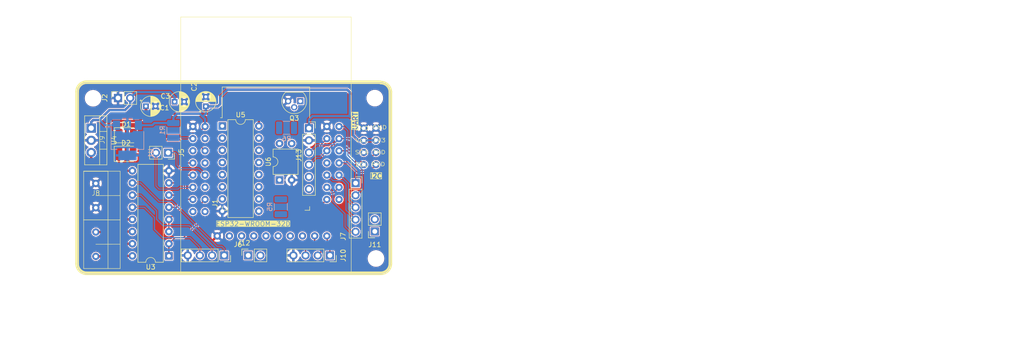
<source format=kicad_pcb>
(kicad_pcb (version 20240108) (generator "pcbnew") (generator_version "8.0")
  (layers (0 "F.Cu" signal) (31 "B.Cu" signal) (34 "B.Paste" user) (35 "F.Paste" user) (36 "B.SilkS" user "B.Silkscreen") (37 "F.SilkS" user "F.Silkscreen") (38 "B.Mask" user) (39 "F.Mask" user) (44 "Edge.Cuts" user))
  (net 0 "")
  (net 1 "GND")
  (net 2 "+3V3")
  (net 3 "+5V")
  (net 4 "/RXD")
  (net 5 "/TXD")
  (net 6 "/SDA")
  (net 7 "/OUT2")
  (net 8 "/OUT3")
  (net 9 "/SCL")
  (net 10 "/OUT1")
  (net 11 "/EN")
  (net 12 "/SOURCE2")
  (net 13 "/SOURCE1")
  (net 14 "/SOURCE3")
  (net 15 "/VDC")
  (net 16 "/DAC1")
  (net 17 "/DAC2")
  (net 18 "/GPIO13")
  (net 19 "/GPIO19")
  (net 20 "/GPIO17")
  (net 21 "/GPIO5")
  (net 22 "/GPIO18")
  (net 23 "/GPIO36")
  (net 24 "/ADC2_CH3")
  (net 25 "/GPIO32")
  (net 26 "/GPIO34")
  (net 27 "/SD_DATA1")
  (net 28 "/SD_DATA2")
  (net 29 "/SD_CLK")
  (net 30 "/SD_CMD")
  (net 31 "/SD_DATA3")
  (net 32 "/ADC2_CH0")
  (net 33 "/GPIO23")
  (net 34 "/SD_DATA0")
  (net 35 "/GPIO27")
  (net 36 "/ADC2_CH2")
  (net 37 "/BOOT")
  (net 38 "/V1-")
  (net 39 "/V1+")
  (net 40 "/GPIO39")
  (net 41 "/DTR")
  (net 42 "/RTS")
  (net 43 "/OUT4")
  (net 44 "/SOURCE4")
  (net 45 "/OUT5")
  (net 46 "/SOURCE5")
  (net 61 "Net-(D3-A)")
  (net 62 "Net-(Q3-B)")
  (net 63 "Net-(R5-Pad1)")
  (net 64 "Net-(R6-Pad2)")
  (footprint "Capacitor_THT:CP_Radial_D4.0mm_P2.00mm" (layer "F.Cu") (at 106.75 44.9726 90)
    (property "Reference" "C2" (at 4.1 -2.42 -90) (layer "F.SilkS"))
    (property "Value" "1uF")
    (pad "1" thru_hole rect (at 0 0 90) (size 1.2 1.2) (drill 0.6) (layers "*.Cu" "*.Mask") (net 2 "+3V3"))
    (pad "2" thru_hole circle (at 2 0 90) (size 1.2 1.2) (drill 0.6) (layers "*.Cu" "*.Mask") (net 1 "GND"))
  )
  (footprint "Connector_PinSocket_2.54mm:PinSocket_1x02_P2.54mm_Vertical" (layer "F.Cu") (at 142 71.09 180)
    (property "Reference" "J11" (at 0 -2.77 180) (layer "F.SilkS"))
    (property "Value" "Conn_01x02_Socket")
    (pad "1" thru_hole rect (at 0 0 180) (size 1.7 1.7) (drill 1) (layers "*.Cu" "*.Mask") (net 3 "+5V"))
    (pad "2" thru_hole oval (at 0 2.54 180) (size 1.7 1.7) (drill 1) (layers "*.Cu" "*.Mask") (net 61 "Net-(D3-A)"))
  )
  (footprint "LED_SMD:LED_1210_3225Metric_Pad1.42x2.65mm_HandSolder" (layer "F.Cu") (at 90.1125 54.9)
    (property "Reference" "D2" (at 0 -2.28 0) (layer "F.SilkS"))
    (property "Value" "LED")
    (pad "1" smd roundrect (at -1.4875 0) (size 1.425 2.65) (layers "F.Cu" "F.Paste" "F.Mask") (roundrect_rratio 0.175439) (net 1 "GND"))
    (pad "2" smd roundrect (at 1.4875 0) (size 1.425 2.65) (layers "F.Cu" "F.Paste" "F.Mask") (roundrect_rratio 0.175439) (net 26 "/GPIO34"))
  )
  (footprint "Alexander Footprints Library:ESP32-WROOM-Adapter-Socket-2" (layer "F.Cu") (at 119.3 56.79)
    (property "Reference" "J1" (at -10.61 8.43 90) (layer "F.SilkS"))
    (property "Value" "~")
    (fp_text user "ESP32-WROOM-32D" (at -10.5 13.31 0) (layer "F.SilkS" knockout) (effects (font (thickness 0.1)) (justify left bottom)))
    (pad "" thru_hole circle (at -15.24 10.16) (size 1.524 1.524) (drill 0.762) (layers "*.Cu" "*.Mask"))
    (pad "" thru_hole circle (at -12.7 10.16) (size 1.524 1.524) (drill 0.762) (layers "*.Cu" "*.Mask"))
    (pad "1" thru_hole circle (at -15.24 -7.62) (size 1.524 1.524) (drill 0.762) (layers "*.Cu" "*.Mask") (net 1 "GND"))
    (pad "2" thru_hole circle (at -12.7 -7.62) (size 1.524 1.524) (drill 0.762) (layers "*.Cu" "*.Mask") (net 2 "+3V3"))
    (pad "3" thru_hole circle (at -15.24 -5.08) (size 1.524 1.524) (drill 0.762) (layers "*.Cu" "*.Mask") (net 11 "/EN"))
    (pad "4" thru_hole circle (at -12.7 -5.08) (size 1.524 1.524) (drill 0.762) (layers "*.Cu" "*.Mask") (net 23 "/GPIO36"))
    (pad "5" thru_hole circle (at -15.24 -2.54) (size 1.524 1.524) (drill 0.762) (layers "*.Cu" "*.Mask") (net 40 "/GPIO39"))
    (pad "6" thru_hole circle (at -12.7 -2.54) (size 1.524 1.524) (drill 0.762) (layers "*.Cu" "*.Mask") (net 26 "/GPIO34"))
    (pad "7" thru_hole circle (at -15.24 0) (size 1.524 1.524) (drill 0.762) (layers "*.Cu" "*.Mask") (net 45 "/OUT5"))
    (pad "8" thru_hole circle (at -12.7 0) (size 1.524 1.524) (drill 0.762) (layers "*.Cu" "*.Mask") (net 25 "/GPIO32"))
    (pad "9" thru_hole circle (at -15.24 2.54) (size 1.524 1.524) (drill 0.762) (layers "*.Cu" "*.Mask") (net 43 "/OUT4"))
    (pad "10" thru_hole circle (at -12.7 2.54) (size 1.524 1.524) (drill 0.762) (layers "*.Cu" "*.Mask") (net 16 "/DAC1"))
    (pad "11" thru_hole circle (at -15.24 5.08) (size 1.524 1.524) (drill 0.762) (layers "*.Cu" "*.Mask") (net 17 "/DAC2"))
    (pad "12" thru_hole circle (at -12.7 5.08) (size 1.524 1.524) (drill 0.762) (layers "*.Cu" "*.Mask") (net 35 "/GPIO27"))
    (pad "13" thru_hole circle (at -15.24 7.62) (size 1.524 1.524) (drill 0.762) (layers "*.Cu" "*.Mask") (net 8 "/OUT3"))
    (pad "14" thru_hole circle (at -12.7 7.62) (size 1.524 1.524) (drill 0.762) (layers "*.Cu" "*.Mask") (net 7 "/OUT2"))
    (pad "15" thru_hole circle (at -10.16 15.24 90) (size 1.524 1.524) (drill 0.762) (layers "*.Cu" "*.Mask") (net 1 "GND"))
    (pad "16" thru_hole circle (at -7.62 15.24 90) (size 1.524 1.524) (drill 0.762) (layers "*.Cu" "*.Mask") (net 18 "/GPIO13"))
    (pad "17" thru_hole circle (at -5.08 15.24 90) (size 1.524 1.524) (drill 0.762) (layers "*.Cu" "*.Mask") (net 28 "/SD_DATA2"))
    (pad "18" thru_hole circle (at -2.54 15.24 90) (size 1.524 1.524) (drill 0.762) (layers "*.Cu" "*.Mask") (net 31 "/SD_DATA3"))
    (pad "19" thru_hole circle (at 0 15.24 90) (size 1.524 1.524) (drill 0.762) (layers "*.Cu" "*.Mask") (net 30 "/SD_CMD"))
    (pad "20" thru_hole circle (at 2.54 15.24 90) (size 1.524 1.524) (drill 0.762) (layers "*.Cu" "*.Mask") (net 29 "/SD_CLK"))
    (pad "21" thru_hole circle (at 5.08 15.24 90) (size 1.524 1.524) (drill 0.762) (layers "*.Cu" "*.Mask") (net 34 "/SD_DATA0"))
    (pad "22" thru_hole circle (at 7.62 15.24 90) (size 1.524 1.524) (drill 0.762) (layers "*.Cu" "*.Mask") (net 27 "/SD_DATA1"))
    (pad "23" thru_hole circle (at 10.16 15.24 90) (size 1.524 1.524) (drill 0.762) (layers "*.Cu" "*.Mask") (net 24 "/ADC2_CH3"))
    (pad "24" thru_hole circle (at 12.7 15.24 90) (size 1.524 1.524) (drill 0.762) (layers "*.Cu" "*.Mask") (net 36 "/ADC2_CH2"))
    (pad "25" thru_hole circle (at 15.24 7.62) (size 1.524 1.524) (drill 0.762) (layers "*.Cu" "*.Mask") (net 37 "/BOOT"))
    (pad "26" thru_hole circle (at 12.7 7.62) (size 1.524 1.524) (drill 0.762) (layers "*.Cu" "*.Mask") (net 32 "/ADC2_CH0"))
    (pad "27" thru_hole circle (at 15.24 5.08) (size 1.524 1.524) (drill 0.762) (layers "*.Cu" "*.Mask") (net 10 "/OUT1"))
    (pad "28" thru_hole circle (at 12.7 5.08) (size 1.524 1.524) (drill 0.762) (layers "*.Cu" "*.Mask") (net 20 "/GPIO17"))
    (pad "29" thru_hole circle (at 15.24 2.54) (size 1.524 1.524) (drill 0.762) (layers "*.Cu" "*.Mask") (net 21 "/GPIO5"))
    (pad "30" thru_hole circle (at 12.7 2.54) (size 1.524 1.524) (drill 0.762) (layers "*.Cu" "*.Mask") (net 22 "/GPIO18"))
    (pad "31" thru_hole circle (at 15.24 0) (size 1.524 1.524) (drill 0.762) (layers "*.Cu" "*.Mask") (net 19 "/GPIO19"))
    (pad "32" thru_hole circle (at 12.7 0) (size 1.524 1.524) (drill 0.762) (layers "*.Cu" "*.Mask"))
    (pad "33" thru_hole circle (at 15.24 -2.54) (size 1.524 1.524) (drill 0.762) (layers "*.Cu" "*.Mask") (net 6 "/SDA"))
    (pad "34" thru_hole circle (at 12.7 -2.54) (size 1.524 1.524) (drill 0.762) (layers "*.Cu" "*.Mask") (net 4 "/RXD"))
    (pad "35" thru_hole circle (at 15.24 -5.08) (size 1.524 1.524) (drill 0.762) (layers "*.Cu" "*.Mask") (net 5 "/TXD"))
    (pad "36" thru_hole circle (at 12.7 -5.08) (size 1.524 1.524) (drill 0.762) (layers "*.Cu" "*.Mask") (net 9 "/SCL"))
    (pad "37" thru_hole circle (at 15.24 -7.62) (size 1.524 1.524) (drill 0.762) (layers "*.Cu" "*.Mask") (net 33 "/GPIO23"))
    (pad "38" thru_hole circle (at 12.7 -7.62) (size 1.524 1.524) (drill 0.762) (layers "*.Cu" "*.Mask") (net 1 "GND"))
  )
  (footprint "MountingHole:MountingHole_3mm" (layer "F.Cu") (at 142 43.25)
    (property "Reference" "H1" (hide yes))
    (property "Value" "MountingHole_Pad")
    (pad "" np_thru_hole circle (at 0 0) (size 3 3) (drill 3) (layers "*.Cu" "*.Mask"))
  )
  (footprint "MountingHole:MountingHole_3mm" (layer "F.Cu") (at 83.25 43.28)
    (property "Reference" "H2" (hide yes))
    (property "Value" "MountingHole_Pad")
    (pad "" np_thru_hole circle (at 0 0) (size 3 3) (drill 3) (layers "*.Cu" "*.Mask"))
  )
  (footprint "Package_DIP:DIP-16_W7.62mm" (layer "F.Cu") (at 99.06 76.2 180)
    (property "Reference" "U3" (at 3.81 -2.33 0) (layer "F.SilkS"))
    (property "Value" "ULN2003")
    (pad "1" thru_hole rect (at 0 0 180) (size 1.6 1.6) (drill 0.8) (layers "*.Cu" "*.Mask") (net 10 "/OUT1"))
    (pad "2" thru_hole oval (at 0 2.54 180) (size 1.6 1.6) (drill 0.8) (layers "*.Cu" "*.Mask") (net 10 "/OUT1"))
    (pad "3" thru_hole oval (at 0 5.08 180) (size 1.6 1.6) (drill 0.8) (layers "*.Cu" "*.Mask") (net 7 "/OUT2"))
    (pad "4" thru_hole oval (at 0 7.62 180) (size 1.6 1.6) (drill 0.8) (layers "*.Cu" "*.Mask") (net 7 "/OUT2"))
    (pad "5" thru_hole oval (at 0 10.16 180) (size 1.6 1.6) (drill 0.8) (layers "*.Cu" "*.Mask") (net 8 "/OUT3"))
    (pad "6" thru_hole oval (at 0 12.7 180) (size 1.6 1.6) (drill 0.8) (layers "*.Cu" "*.Mask") (net 43 "/OUT4"))
    (pad "7" thru_hole oval (at 0 15.24 180) (size 1.6 1.6) (drill 0.8) (layers "*.Cu" "*.Mask") (net 45 "/OUT5"))
    (pad "8" thru_hole oval (at 0 17.78 180) (size 1.6 1.6) (drill 0.8) (layers "*.Cu" "*.Mask") (net 1 "GND"))
    (pad "9" thru_hole oval (at 7.62 17.78 180) (size 1.6 1.6) (drill 0.8) (layers "*.Cu" "*.Mask") (net 3 "+5V"))
    (pad "10" thru_hole oval (at 7.62 15.24 180) (size 1.6 1.6) (drill 0.8) (layers "*.Cu" "*.Mask") (net 46 "/SOURCE5"))
    (pad "11" thru_hole oval (at 7.62 12.7 180) (size 1.6 1.6) (drill 0.8) (layers "*.Cu" "*.Mask") (net 44 "/SOURCE4"))
    (pad "12" thru_hole oval (at 7.62 10.16 180) (size 1.6 1.6) (drill 0.8) (layers "*.Cu" "*.Mask") (net 14 "/SOURCE3"))
    (pad "13" thru_hole oval (at 7.62 7.62 180) (size 1.6 1.6) (drill 0.8) (layers "*.Cu" "*.Mask") (net 12 "/SOURCE2"))
    (pad "14" thru_hole oval (at 7.62 5.08 180) (size 1.6 1.6) (drill 0.8) (layers "*.Cu" "*.Mask") (net 12 "/SOURCE2"))
    (pad "15" thru_hole oval (at 7.62 2.54 180) (size 1.6 1.6) (drill 0.8) (layers "*.Cu" "*.Mask") (net 13 "/SOURCE1"))
    (pad "16" thru_hole oval (at 7.62 0 180) (size 1.6 1.6) (drill 0.8) (layers "*.Cu" "*.Mask") (net 13 "/SOURCE1"))
  )
  (footprint "Alexander Footprints Library:Conn_Terminal_5mm" (layer "F.Cu") (at 83.82 53.44)
    (property "Reference" "J9" (at 1.33 -1.49 90) (layer "F.SilkS") (effects (font (thickness 0.1))))
    (property "Value" "Conn_01x02_Socket")
    (pad "1" thru_hole circle (at 0 7.62) (size 1.524 1.524) (drill 0.762) (layers "*.Cu" "*.Mask") (net 1 "GND"))
    (pad "2" thru_hole circle (at 0 12.7) (size 1.524 1.524) (drill 0.762) (layers "*.Cu" "*.Mask") (net 1 "GND"))
  )
  (footprint "Package_DIP:DIP-16_W7.62mm" (layer "F.Cu") (at 110.2 49.07)
    (property "Reference" "U5" (at 3.81 -2.33 0) (layer "F.SilkS"))
    (property "Value" "74LS595")
    (pad "1" thru_hole rect (at 0 0) (size 1.6 1.6) (drill 0.8) (layers "*.Cu" "*.Mask"))
    (pad "2" thru_hole oval (at 0 2.54) (size 1.6 1.6) (drill 0.8) (layers "*.Cu" "*.Mask"))
    (pad "3" thru_hole oval (at 0 5.08) (size 1.6 1.6) (drill 0.8) (layers "*.Cu" "*.Mask"))
    (pad "4" thru_hole oval (at 0 7.62) (size 1.6 1.6) (drill 0.8) (layers "*.Cu" "*.Mask"))
    (pad "5" thru_hole oval (at 0 10.16) (size 1.6 1.6) (drill 0.8) (layers "*.Cu" "*.Mask"))
    (pad "6" thru_hole oval (at 0 12.7) (size 1.6 1.6) (drill 0.8) (layers "*.Cu" "*.Mask"))
    (pad "7" thru_hole oval (at 0 15.24) (size 1.6 1.6) (drill 0.8) (layers "*.Cu" "*.Mask"))
    (pad "8" thru_hole oval (at 0 17.78) (size 1.6 1.6) (drill 0.8) (layers "*.Cu" "*.Mask") (net 1 "GND"))
    (pad "9" thru_hole oval (at 7.62 17.78) (size 1.6 1.6) (drill 0.8) (layers "*.Cu" "*.Mask"))
    (pad "10" thru_hole oval (at 7.62 15.24) (size 1.6 1.6) (drill 0.8) (layers "*.Cu" "*.Mask"))
    (pad "11" thru_hole oval (at 7.62 12.7) (size 1.6 1.6) (drill 0.8) (layers "*.Cu" "*.Mask"))
    (pad "12" thru_hole oval (at 7.62 10.16) (size 1.6 1.6) (drill 0.8) (layers "*.Cu" "*.Mask"))
    (pad "13" thru_hole oval (at 7.62 7.62) (size 1.6 1.6) (drill 0.8) (layers "*.Cu" "*.Mask"))
    (pad "14" thru_hole oval (at 7.62 5.08) (size 1.6 1.6) (drill 0.8) (layers "*.Cu" "*.Mask"))
    (pad "15" thru_hole oval (at 7.62 2.54) (size 1.6 1.6) (drill 0.8) (layers "*.Cu" "*.Mask"))
    (pad "16" thru_hole oval (at 7.62 0) (size 1.6 1.6) (drill 0.8) (layers "*.Cu" "*.Mask") (net 3 "+5V"))
  )
  (footprint "Connector_PinSocket_2.54mm:PinSocket_1x05_P2.54mm_Vertical" (layer "F.Cu") (at 138 61)
    (property "Reference" "J7" (at -2.6 11.15 90) (layer "F.SilkS"))
    (property "Value" "GPIO")
    (pad "1" thru_hole rect (at 0 0) (size 1.7 1.7) (drill 1) (layers "*.Cu" "*.Mask") (net 19 "/GPIO19"))
    (pad "2" thru_hole oval (at 0 2.54) (size 1.7 1.7) (drill 1) (layers "*.Cu" "*.Mask") (net 33 "/GPIO23"))
    (pad "3" thru_hole oval (at 0 5.08) (size 1.7 1.7) (drill 1) (layers "*.Cu" "*.Mask") (net 21 "/GPIO5"))
    (pad "4" thru_hole oval (at 0 7.62) (size 1.7 1.7) (drill 1) (layers "*.Cu" "*.Mask") (net 22 "/GPIO18"))
    (pad "5" thru_hole oval (at 0 10.16) (size 1.7 1.7) (drill 1) (layers "*.Cu" "*.Mask") (net 20 "/GPIO17"))
  )
  (footprint "Connector_PinSocket_2.54mm:PinSocket_1x02_P2.54mm_Vertical" (layer "F.Cu") (at 88.45 43.22 90)
    (property "Reference" "J2" (at 0 -2.77 -90) (layer "F.SilkS"))
    (property "Value" "PWD")
    (pad "1" thru_hole rect (at 0 0 90) (size 1.7 1.7) (drill 1) (layers "*.Cu" "*.Mask") (net 1 "GND"))
    (pad "2" thru_hole oval (at 0 2.54 90) (size 1.7 1.7) (drill 1) (layers "*.Cu" "*.Mask") (net 15 "/VDC"))
  )
  (footprint "Connector_PinSocket_2.54mm:PinSocket_1x02_P2.54mm_Vertical" (layer "F.Cu") (at 115.6 76.1 90)
    (property "Reference" "J12" (at 2.6 -0.92 180) (layer "F.SilkS"))
    (property "Value" "Conn_01x02_Socket")
    (pad "1" thru_hole rect (at 0 0 90) (size 1.7 1.7) (drill 1) (layers "*.Cu" "*.Mask") (net 39 "/V1+"))
    (pad "2" thru_hole oval (at 0 2.54 90) (size 1.7 1.7) (drill 1) (layers "*.Cu" "*.Mask") (net 38 "/V1-"))
  )
  (footprint "Connector_PinSocket_2.54mm:PinSocket_1x04_P2.54mm_Vertical" (layer "F.Cu") (at 110.6 76.1 -90)
    (property "Reference" "J6" (at -2.3 -2.87 180) (layer "F.SilkS"))
    (property "Value" "SOURCE")
    (pad "1" thru_hole rect (at 0 0 270) (size 1.7 1.7) (drill 1) (layers "*.Cu" "*.Mask") (net 46 "/SOURCE5"))
    (pad "2" thru_hole oval (at 0 2.54 270) (size 1.7 1.7) (drill 1) (layers "*.Cu" "*.Mask") (net 44 "/SOURCE4"))
    (pad "3" thru_hole oval (at 0 5.08 270) (size 1.7 1.7) (drill 1) (layers "*.Cu" "*.Mask") (net 14 "/SOURCE3"))
    (pad "4" thru_hole oval (at 0 7.62 270) (size 1.7 1.7) (drill 1) (layers "*.Cu" "*.Mask") (net 1 "GND"))
  )
  (footprint "Connector_PinSocket_2.54mm:PinSocket_1x04_P2.54mm_Vertical" (layer "F.Cu") (at 132.64 76.1 -90)
    (property "Reference" "J10" (at 0 -2.77 90) (layer "F.SilkS"))
    (property "Value" "ADC")
    (pad "1" thru_hole rect (at 0 0 270) (size 1.7 1.7) (drill 1) (layers "*.Cu" "*.Mask") (net 36 "/ADC2_CH2"))
    (pad "2" thru_hole oval (at 0 2.54 270) (size 1.7 1.7) (drill 1) (layers "*.Cu" "*.Mask") (net 32 "/ADC2_CH0"))
    (pad "3" thru_hole oval (at 0 5.08 270) (size 1.7 1.7) (drill 1) (layers "*.Cu" "*.Mask") (net 24 "/ADC2_CH3"))
    (pad "4" thru_hole oval (at 0 7.62 270) (size 1.7 1.7) (drill 1) (layers "*.Cu" "*.Mask") (net 1 "GND"))
  )
  (footprint "Capacitor_THT:CP_Radial_D4.0mm_P2.00mm" (layer "F.Cu") (at 94.267401 44.948)
    (property "Reference" "C3" (at 4.05 -2.1 0) (layer "F.SilkS"))
    (property "Value" "1uF")
    (pad "1" thru_hole rect (at 0 0) (size 1.2 1.2) (drill 0.6) (layers "*.Cu" "*.Mask") (net 3 "+5V"))
    (pad "2" thru_hole circle (at 2 0) (size 1.2 1.2) (drill 0.6) (layers "*.Cu" "*.Mask") (net 1 "GND"))
  )
  (footprint "Connector_PinSocket_2.54mm:PinSocket_1x02_P2.54mm_Vertical" (layer "F.Cu") (at 98.9 54.65 -90)
    (property "Reference" "J5" (at 0 -2.77 90) (layer "F.SilkS"))
    (property "Value" "DAC_Socket")
    (pad "1" thru_hole rect (at 0 0 270) (size 1.7 1.7) (drill 1) (layers "*.Cu" "*.Mask") (net 16 "/DAC1"))
    (pad "2" thru_hole oval (at 0 2.54 270) (size 1.7 1.7) (drill 1) (layers "*.Cu" "*.Mask") (net 17 "/DAC2"))
  )
  (footprint "Alexander Footprints Library:Conn_UART" (layer "F.Cu") (at 139.7 41.9)
    (property "Reference" "J3" (hide yes))
    (property "Value" "UART")
    (fp_text user "3V3" (at 3.2 10.16 0) (layer "F.SilkS") (effects (font (size 0.8 1) (thickness 0.1))))
    (fp_text user "GND" (at 3.3 7.46 0) (layer "F.SilkS") (effects (font (size 0.8 1) (thickness 0.1))))
    (fp_text user "RXD" (at 3 15.16 0) (layer "F.SilkS") (effects (font (size 0.8 1) (thickness 0.1))))
    (fp_text user "TXD" (at 3.2 12.66 0) (layer "F.SilkS") (effects (font (size 0.8 1) (thickness 0.1))))
    (fp_text user "UART" (at -1.2 6.16 90) (layer "F.SilkS" knockout) (effects (font (thickness 0.2) (bold yes)) (justify bottom)))
    (pad "3V3" thru_hole circle (at 0 10.16) (size 1.524 1.524) (drill 0.762) (layers "*.Cu" "*.Mask") (net 2 "+3V3"))
    (pad "GND" thru_hole circle (at 0 7.62) (size 1.524 1.524) (drill 0.762) (layers "*.Cu" "*.Mask") (net 1 "GND"))
    (pad "RXD" thru_hole circle (at 0 15.24) (size 1.524 1.524) (drill 0.762) (layers "*.Cu" "*.Mask") (net 4 "/RXD"))
    (pad "TXD" thru_hole circle (at 0 12.7) (size 1.524 1.524) (drill 0.762) (layers "*.Cu" "*.Mask") (net 5 "/TXD"))
  )
  (footprint "Capacitor_THT:CP_Radial_D4.0mm_P2.00mm" (layer "F.Cu") (at 100.25 44)
    (property "Reference" "C1" (at -2.1 1.28 0) (layer "F.SilkS"))
    (property "Value" "1uF")
    (pad "1" thru_hole rect (at 0 0) (size 1.2 1.2) (drill 0.6) (layers "*.Cu" "*.Mask") (net 15 "/VDC"))
    (pad "2" thru_hole circle (at 2 0) (size 1.2 1.2) (drill 0.6) (layers "*.Cu" "*.Mask") (net 1 "GND"))
  )
  (footprint "Package_DIP:DIP-4_W7.62mm" (layer "F.Cu") (at 122.125 60.35 90)
    (property "Reference" "U6" (at 3.81 -2.33 270) (layer "F.SilkS"))
    (property "Value" "PC817")
    (pad "1" thru_hole rect (at 0 0 90) (size 1.6 1.6) (drill 0.8) (layers "*.Cu" "*.Mask") (net 63 "Net-(R5-Pad1)"))
    (pad "2" thru_hole oval (at 0 2.54 90) (size 1.6 1.6) (drill 0.8) (layers "*.Cu" "*.Mask") (net 1 "GND"))
    (pad "3" thru_hole oval (at 7.62 2.54 90) (size 1.6 1.6) (drill 0.8) (layers "*.Cu" "*.Mask") (net 64 "Net-(R6-Pad2)"))
    (pad "4" thru_hole oval (at 7.62 0 90) (size 1.6 1.6) (drill 0.8) (layers "*.Cu" "*.Mask") (net 3 "+5V"))
  )
  (footprint "Alexander Footprints Library:LD1117" (layer "F.Cu") (at 82.855 49.52 -90)
    (property "Reference" "U4" (at 2.54 -4.745 90) (layer "F.SilkS"))
    (property "Value" "L7805")
    (pad "1" thru_hole rect (at 0 0 270) (size 1.905 2) (drill 1.1) (layers "*.Cu" "*.Mask") (net 15 "/VDC"))
    (pad "2" thru_hole oval (at 2.54 0 270) (size 1.905 2) (drill 1.1) (layers "*.Cu" "*.Mask") (net 1 "GND"))
    (pad "3" thru_hole oval (at 5.08 0 270) (size 1.905 2) (drill 1.1) (layers "*.Cu" "*.Mask") (net 3 "+5V"))
  )
  (footprint "Alexander Footprints Library:Conn_I2C" (layer "F.Cu") (at 142.24 41.9)
    (property "Reference" "J4" (hide yes))
    (property "Value" "I2C")
    (fp_text user "I2C" (at 0.01 18.206 0) (layer "F.SilkS" knockout) (effects (font (thickness 0.2) (bold yes)) (justify bottom)))
    (fp_text user "SCL" (at -2.99 15.24 0) (layer "F.SilkS") (effects (font (size 0.8 1) (thickness 0.1))))
    (fp_text user "SDA" (at -2.99 12.666 0) (layer "F.SilkS") (effects (font (size 0.8 1) (thickness 0.1))))
    (fp_text user "GND" (at -2.99 7.666 0) (layer "F.SilkS") (effects (font (size 0.8 1) (thickness 0.1))))
    (fp_text user "Vcc" (at -2.99 10.16 0) (layer "F.SilkS") (effects (font (size 0.8 1) (thickness 0.1))))
    (pad "GND" thru_hole circle (at 0 7.62) (size 1.524 1.524) (drill 0.762) (layers "*.Cu" "*.Mask") (net 1 "GND"))
    (pad "SCL" thru_hole circle (at 0 15.24) (size 1.524 1.524) (drill 0.762) (layers "*.Cu" "*.Mask") (net 9 "/SCL"))
    (pad "SDA" thru_hole circle (at 0 12.7) (size 1.524 1.524) (drill 0.762) (layers "*.Cu" "*.Mask") (net 6 "/SDA"))
    (pad "Vcc" thru_hole circle (at 0 10.16) (size 1.524 1.524) (drill 0.762) (layers "*.Cu" "*.Mask") (net 2 "+3V3"))
  )
  (footprint "LED_SMD:LED_1210_3225Metric_Pad1.42x2.65mm_HandSolder" (layer "F.Cu") (at 90.16 51)
    (property "Reference" "D1" (at 0 -2.28 0) (layer "F.SilkS"))
    (property "Value" "LED")
    (pad "1" smd roundrect (at -1.4875 0) (size 1.425 2.65) (layers "F.Cu" "F.Paste" "F.Mask") (roundrect_rratio 0.175439) (net 1 "GND"))
    (pad "2" smd roundrect (at 1.4875 0) (size 1.425 2.65) (layers "F.Cu" "F.Paste" "F.Mask") (roundrect_rratio 0.175439) (net 2 "+3V3"))
  )
  (footprint "MountingHole:MountingHole_3mm" (layer "F.Cu") (at 142.25 76.75)
    (property "Reference" "H4" (hide yes))
    (property "Value" "MountingHole_Pad")
    (pad "" np_thru_hole circle (at 0 0) (size 3 3) (drill 3) (layers "*.Cu" "*.Mask"))
  )
  (footprint "Connector_PinSocket_2.54mm:PinSocket_1x06_P2.54mm_Vertical" (layer "F.Cu") (at 128.27 49.53)
    (property "Reference" "J13" (at -2.12 5.67 90) (layer "F.SilkS"))
    (property "Value" "Conn_01x06_Socket")
    (pad "1" thru_hole rect (at 0 0) (size 1.7 1.7) (drill 1) (layers "*.Cu" "*.Mask") (net 2 "+3V3"))
    (pad "2" thru_hole oval (at 0 2.54) (size 1.7 1.7) (drill 1) (layers "*.Cu" "*.Mask") (net 1 "GND"))
    (pad "3" thru_hole oval (at 0 5.08) (size 1.7 1.7) (drill 1) (layers "*.Cu" "*.Mask") (net 5 "/TXD"))
    (pad "4" thru_hole oval (at 0 7.62) (size 1.7 1.7) (drill 1) (layers "*.Cu" "*.Mask") (net 4 "/RXD"))
    (pad "5" thru_hole oval (at 0 10.16) (size 1.7 1.7) (drill 1) (layers "*.Cu" "*.Mask") (net 42 "/RTS"))
    (pad "6" thru_hole oval (at 0 12.7) (size 1.7 1.7) (drill 1) (layers "*.Cu" "*.Mask") (net 41 "/DTR"))
  )
  (footprint "Alexander Footprints Library:Conn_Terminal_5mm" (layer "F.Cu") (at 83.82 63.6)
    (property "Reference" "J8" (at 0 -0.5 0) (layer "F.SilkS") (effects (font (thickness 0.1))))
    (property "Value" "Conn_01x02_Socket")
    (pad "1" thru_hole circle (at 0 7.62) (size 1.524 1.524) (drill 0.762) (layers "*.Cu" "*.Mask") (net 12 "/SOURCE2"))
    (pad "2" thru_hole circle (at 0 12.7) (size 1.524 1.524) (drill 0.762) (layers "*.Cu" "*.Mask") (net 13 "/SOURCE1"))
  )
  (footprint "Package_TO_SOT_THT:TO-92" (layer "F.Cu") (at 126.47 43.89 180)
    (property "Reference" "Q3" (at 1.27 -3.56 180) (layer "F.SilkS"))
    (property "Value" "2N3904")
    (pad "1" thru_hole rect (at 0 0 180) (size 1.3 1.3) (drill 0.75) (layers "*.Cu" "*.Mask") (net 61 "Net-(D3-A)"))
    (pad "2" thru_hole circle (at 1.27 -1.27 180) (size 1.3 1.3) (drill 0.75) (layers "*.Cu" "*.Mask") (net 62 "Net-(Q3-B)"))
    (pad "3" thru_hole circle (at 2.54 0 180) (size 1.3 1.3) (drill 0.75) (layers "*.Cu" "*.Mask") (net 1 "GND"))
  )
  (footprint "Resistor_SMD:R_1210_3225Metric_Pad1.30x2.65mm_HandSolder" (layer "B.Cu") (at 100 50 -90)
    (property "Reference" "R1" (at 0 2.28 90) (layer "B.SilkS") (effects (justify mirror)))
    (property "Value" "10K")
    (pad "1" smd roundrect (at -1.55 0 270) (size 1.3 2.65) (layers "B.Cu" "B.Paste" "B.Mask") (roundrect_rratio 0.192308) (net 2 "+3V3"))
    (pad "2" smd roundrect (at 1.55 0 270) (size 1.3 2.65) (layers "B.Cu" "B.Paste" "B.Mask") (roundrect_rratio 0.192308) (net 11 "/EN"))
  )
  (footprint "Resistor_SMD:R_1210_3225Metric_Pad1.30x2.65mm_HandSolder" (layer "B.Cu") (at 122.4 65.95 -90)
    (property "Reference" "R5" (at 0 2.28 90) (layer "B.SilkS") (effects (justify mirror)))
    (property "Value" "470")
    (pad "1" smd roundrect (at -1.55 0 270) (size 1.3 2.65) (layers "B.Cu" "B.Paste" "B.Mask") (roundrect_rratio 0.192308) (net 63 "Net-(R5-Pad1)"))
    (pad "2" smd roundrect (at 1.55 0 270) (size 1.3 2.65) (layers "B.Cu" "B.Paste" "B.Mask") (roundrect_rratio 0.192308) (net 18 "/GPIO13"))
  )
  (footprint "Package_TO_SOT_SMD:SOT-223-3_TabPin2" (layer "B.Cu") (at 90.414 52.06 -90)
    (property "Reference" "U1" (at 2.7 -4.9 90) (layer "B.SilkS") (effects (justify mirror)))
    (property "Value" "MAX1726EUK33")
    (pad "1" smd rect (at -3.15 2.3 270) (size 2 1.5) (layers "B.Cu" "B.Paste" "B.Mask") (net 15 "/VDC"))
    (pad "2" smd rect (at -3.15 0 270) (size 2 1.5) (layers "B.Cu" "B.Paste" "B.Mask") (net 1 "GND"))
    (pad "2" smd rect (at 3.15 0 270) (size 2 3.8) (layers "B.Cu" "B.Paste" "B.Mask") (net 1 "GND"))
    (pad "3" smd rect (at -3.15 -2.3 270) (size 2 1.5) (layers "B.Cu" "B.Paste" "B.Mask") (net 2 "+3V3"))
  )
  (footprint "Resistor_SMD:R_1210_3225Metric_Pad1.30x2.65mm_HandSolder" (layer "B.Cu") (at 123.6 49.45)
    (property "Reference" "R6" (at 0 2.28 360) (layer "B.SilkS") (effects (justify mirror)))
    (property "Value" "120")
    (pad "1" smd roundrect (at -1.55 0) (size 1.3 2.65) (layers "B.Cu" "B.Paste" "B.Mask") (roundrect_rratio 0.192308) (net 62 "Net-(Q3-B)"))
    (pad "2" smd roundrect (at 1.55 0) (size 1.3 2.65) (layers "B.Cu" "B.Paste" "B.Mask") (roundrect_rratio 0.192308) (net 64 "Net-(R6-Pad2)"))
  )
  (gr_line (start 145.25 41.86421) (end 145.25 77.835782) (stroke (width 0.75)) (layer "F.SilkS"))
  (gr_line (start 81.914218 39.914218) (end 143.08579 39.914218) (stroke (width 0.75)) (layer "F.SilkS"))
  (gr_arc (start 145.25 77.835782) (mid 144.664218 79.25) (end 143.25 79.835782) (stroke (width 0.75)) (layer "F.SilkS"))
  (gr_line (start 79.914218 41.86421) (end 79.914218 77.835782) (stroke (width 0.75)) (layer "F.SilkS"))
  (gr_arc (start 81.914218 79.835782) (mid 80.5 79.25) (end 79.914218 77.835782) (stroke (width 0.75)) (layer "F.SilkS"))
  (gr_arc (start 143.25 40) (mid 144.664218 40.585782) (end 145.25 42) (stroke (width 0.75)) (layer "F.SilkS"))
  (gr_arc (start 79.914218 41.914218) (mid 80.5 40.5) (end 81.914218 39.914218) (stroke (width 0.75)) (layer "F.SilkS"))
  (gr_line (start 81.914214 79.835782) (end 143.085786 79.835782) (stroke (width 0.75)) (layer "F.SilkS"))
  (gr_line (start 80 42) (end 80.014214 77.985786) (stroke (width 0.1)) (layer "Edge.Cuts"))
  (gr_arc (start 143.185786 40.014214) (mid 144.6 40.6) (end 145.185786 42.014214) (stroke (width 0.1)) (layer "Edge.Cuts"))
  (gr_arc (start 82.014214 79.985786) (mid 80.6 79.4) (end 80.014214 77.985786) (stroke (width 0.1)) (layer "Edge.Cuts"))
  (gr_line (start 145.185786 42.014214) (end 145.185786 77.985786) (stroke (width 0.1)) (layer "Edge.Cuts"))
  (gr_arc (start 80 42) (mid 80.585786 40.585786) (end 82 40) (stroke (width 0.1)) (layer "Edge.Cuts"))
  (gr_line (start 82.014214 79.985786) (end 143.185786 79.985786) (stroke (width 0.1)) (layer "Edge.Cuts"))
  (gr_arc (start 145.185786 77.985786) (mid 144.6 79.4) (end 143.185786 79.985786) (stroke (width 0.1)) (layer "Edge.Cuts"))
  (gr_line (start 143.185786 40.014214) (end 82 40) (stroke (width 0.1)) (layer "Edge.Cuts"))
  (segment (start 84.21 65.75) (end 83.82 66.14) (width 0.5) (layer "F.Cu") (net 1))
  (segment (start 109.75 44.5) (end 109.75 42.75) (width 0.5) (layer "F.Cu") (net 2))
  (segment (start 136.3 41.5) (end 137.4 42.6) (width 0.5) (layer "F.Cu") (net 2))
  (segment (start 109.2774 44.9726) (end 109.75 44.5) (width 0.5) (layer "F.Cu") (net 2))
  (segment (start 137.4 42.6) (end 137.4 51) (width 0.5) (layer "F.Cu") (net 2))
  (segment (start 137.4 51) (end 138.46 52.06) (width 0.5) (layer "F.Cu") (net 2))
  (segment (start 93.6515 51) (end 94.1515 50.5) (width 0.25) (layer "F.Cu") (net 2))
  (segment (start 109.75 42.75) (end 111 41.5) (width 0.5) (layer "F.Cu") (net 2))
  (segment (start 106.75 44.9726) (end 109.2774 44.9726) (width 0.5) (layer "F.Cu") (net 2))
  (segment (start 105.27 50.5) (end 106.6 49.17) (width 0.25) (layer "F.Cu") (net 2))
  (segment (start 94.1515 50.5) (end 105.27 50.5) (width 0.25) (layer "F.Cu") (net 2))
  (segment (start 91.6475 51) (end 93.6515 51) (width 0.25) (layer "F.Cu") (net 2))
  (segment (start 138.46 52.06) (end 139.7 52.06) (width 0.5) (layer "F.Cu") (net 2))
  (segment (start 111 41.5) (end 136.3 41.5) (width 0.5) (layer "F.Cu") (net 2))
  (segment (start 129 47) (end 136.75 47) (width 0.5) (layer "B.Cu") (net 2))
  (segment (start 106.75 46.5) (end 106.125 47.125) (width 0.5) (layer "B.Cu") (net 2))
  (segment (start 96.056 48.45) (end 100 48.45) (width 0.5) (layer "B.Cu") (net 2))
  (segment (start 136.75 47) (end 137.5 47.75) (width 0.5) (layer "B.Cu") (net 2))
  (segment (start 106.6 47.6) (end 106.6 49.17) (width 0.5) (layer "B.Cu") (net 2))
  (segment (start 137.5 51) (end 137.875 51.375) (width 0.5) (layer "B.Cu") (net 2))
  (segment (start 109.75 43) (end 111.25 41.5) (width 0.5) (layer "B.Cu") (net 2))
  (segment (start 109.75 44.5) (end 109.75 43) (width 0.5) (layer "B.Cu") (net 2))
  (segment (start 139.7 52.06) (end 142.24 52.06) (width 0.5) (layer "B.Cu") (net 2))
  (segment (start 128.27 49.53) (end 128.27 47.73) (width 0.5) (layer "B.Cu") (net 2))
  (segment (start 95.596 48.91) (end 92.714 48.91) (width 0.5) (layer "B.Cu") (net 2))
  (segment (start 105.5 46.5) (end 105.875 46.875) (width 0.5) (layer "B.Cu") (net 2))
  (segment (start 109.2774 44.9726) (end 109.75 44.5) (width 0.5) (layer "B.Cu") (net 2))
  (segment (start 111.25 41.5) (end 136.25 41.5) (width 0.5) (layer "B.Cu") (net 2))
  (segment (start 100.75 46.5) (end 105.5 46.5) (width 0.5) (layer "B.Cu") (net 2))
  (segment (start 128.27 47.73) (end 129 47) (width 0.5) (layer "B.Cu") (net 2))
  (segment (start 137.875 51.375) (end 138.56 52.06) (width 0.5) (layer "B.Cu") (net 2))
  (segment (start 106.75 44.9726) (end 109.2774 44.9726) (width 0.5) (layer "B.Cu") (net 2))
  (segment (start 95.596 48.91) (end 96.056 48.45) (width 0.5) (layer "B.Cu") (net 2))
  (segment (start 138.56 52.06) (end 139.7 52.06) (width 0.5) (layer "B.Cu") (net 2))
  (segment (start 100 48.45) (end 100 47.25) (width 0.5) (layer "B.Cu") (net 2))
  (segment (start 136.75 42) (end 136.75 47) (width 0.5) (layer "B.Cu") (net 2))
  (segment (start 105.875 46.875) (end 106.6 47.6) (width 0.5) (layer "B.Cu") (net 2))
  (segment (start 100 47.25) (end 100.75 46.5) (width 0.5) (layer "B.Cu") (net 2))
  (segment (start 106.77 49) (end 106.6 49.17) (width 0.5) (layer "B.Cu") (net 2))
  (segment (start 137.5 47.75) (end 137.5 51) (width 0.5) (layer "B.Cu") (net 2))
  (segment (start 106.75 44.9726) (end 106.75 46.5) (width 0.5) (layer "B.Cu") (net 2))
  (segment (start 136.25 41.5) (end 136.75 42) (width 0.5) (layer "B.Cu") (net 2))
  (segment (start 87.05 48) (end 86.2 48.85) (width 0.5) (layer "F.Cu") (net 3))
  (segment (start 94.267401 44.948) (end 94.267401 46.686599) (width 0.5) (layer "F.Cu") (net 3))
  (segment (start 95 46.5) (end 117.05 46.5) (width 0.5) (layer "F.Cu") (net 3))
  (segment (start 117.82 47.27) (end 117.82 49.07) (width 0.5) (layer "F.Cu") (net 3))
  (segment (start 91.44 58.42) (end 84.82 58.42) (width 0.5) (layer "F.Cu") (net 3))
  (segment (start 82.855 56.455) (end 82.855 55.14) (width 0.5) (layer "F.Cu") (net 3))
  (segment (start 117.05 46.5) (end 117.82 47.27) (width 0.5) (layer "F.Cu") (net 3))
  (segment (start 86.2 53.8) (end 83.6 56.4) (width 0.5) (layer "F.Cu") (net 3))
  (segment (start 94.267401 44.948) (end 94.267401 45.767401) (width 0.5) (layer "F.Cu") (net 3))
  (segment (start 84.82 58.42) (end 82.855 56.455) (width 0.5) (layer "F.Cu") (net 3))
  (segment (start 94.267401 46.686599) (end 92.954 48) (width 0.5) (layer "F.Cu") (net 3))
  (segment (start 92.954 48) (end 87.05 48) (width 0.5) (layer "F.Cu") (net 3))
  (segment (start 94.267401 45.767401) (end 95 46.5) (width 0.5) (layer "F.Cu") (net 3))
  (segment (start 86.2 48.85) (end 86.2 53.8) (width 0.5) (layer "F.Cu") (net 3))
  (segment (start 83.6 56.4) (end 83.6 57.2) (width 0.5) (layer "F.Cu") (net 3))
  (segment (start 139.7 57.1) (end 139.7 57.14) (width 0.25) (layer "F.Cu") (net 4))
  (segment (start 133.25 53) (end 135.6 53) (width 0.25) (layer "F.Cu") (net 4))
  (segment (start 135.6 53) (end 139.7 57.1) (width 0.25) (layer "F.Cu") (net 4))
  (segment (start 132 54.25) (end 133.25 53) (width 0.25) (layer "F.Cu") (net 4))
  (segment (start 140.3 57.2) (end 139.3 57.2) (width 0.25) (layer "F.Cu") (net 4))
  (segment (start 130.65 55.6) (end 132 54.25) (width 0.25) (layer "B.Cu") (net 4))
  (segment (start 129.82 55.6) (end 130.65 55.6) (width 0.25) (layer "B.Cu") (net 4))
  (segment (start 128.27 57.15) (end 129.82 55.6) (width 0.25) (layer "B.Cu") (net 4))
  (segment (start 136.61 51.71) (end 134.54 51.71) (width 0.25) (layer "F.Cu") (net 5))
  (segment (start 134.74 51.54) (end 134.62 51.66) (width 0.25) (layer "F.Cu") (net 5))
  (segment (start 139.5 54.6) (end 136.61 51.71) (width 0.25) (layer "F.Cu") (net 5))
  (segment (start 139.7 54.6) (end 139.5 54.6) (width 0.25) (layer "F.Cu") (net 5))
  (segment (start 129.88 53) (end 133.25 53) (width 0.25) (layer "B.Cu") (net 5))
  (segment (start 133.25 53) (end 134.54 51.71) (width 0.25) (layer "B.Cu") (net 5))
  (segment (start 128.27 54.61) (end 129.88 53) (width 0.25) (layer "B.Cu") (net 5))
  (segment (start 138.59 58.3) (end 140.4 58.3) (width 0.25) (layer "F.Cu") (net 6))
  (segment (start 136.213604 54.25) (end 138 56.036396) (width 0.25) (layer "F.Cu") (net 6))
  (segment (start 138 57.71) (end 138.59 58.3) (width 0.25) (layer "F.Cu") (net 6))
  (segment (start 140.9 55.94) (end 142.24 54.6) (width 0.25) (layer "F.Cu") (net 6))
  (segment (start 140.9 57.8) (end 140.9 55.94) (width 0.25) (layer "F.Cu") (net 6))
  (segment (start 134.54 54.25) (end 136.213604 54.25) (width 0.25) (layer "F.Cu") (net 6))
  (segment (start 138 56.036396) (end 138 57.71) (width 0.25) (layer "F.Cu") (net 6))
  (segment (start 142.24 54.6) (end 142.24 55.26) (width 0.25) (layer "F.Cu") (net 6))
  (segment (start 140.4 58.3) (end 140.9 57.8) (width 0.25) (layer "F.Cu") (net 6))
  (segment (start 99.06 71.12) (end 99.06 68.58) (width 0.25) (layer "F.Cu") (net 7))
  (segment (start 102.04 65.6) (end 105.44 65.6) (width 0.25) (layer "F.Cu") (net 7))
  (segment (start 99.06 68.58) (end 102.04 65.6) (width 0.25) (layer "F.Cu") (net 7))
  (segment (start 105.44 65.6) (end 106.68 64.36) (width 0.25) (layer "F.Cu") (net 7))
  (segment (start 102.39 64.36) (end 104.14 64.36) (width 0.25) (layer "F.Cu") (net 8))
  (segment (start 100.71 66.04) (end 102.39 64.36) (width 0.25) (layer "F.Cu") (net 8))
  (segment (start 99.06 66.04) (end 100.71 66.04) (width 0.25) (layer "F.Cu") (net 8))
  (segment (start 131.5 55.5) (end 135.153604 55.5) (width 0.25) (layer "F.Cu") (net 9))
  (segment (start 130.745 54.745) (end 131.5 55.5) (width 0.25) (layer "F.Cu") (net 9))
  (segment (start 132.08 51.66) (end 130.745 52.995) (width 0.25) (layer "F.Cu") (net 9))
  (segment (start 135.153604 55.5) (end 138.403604 58.75) (width 0.25) (layer "F.Cu") (net 9))
  (segment (start 138.403604 58.75) (end 140.63 58.75) (width 0.25) (layer "F.Cu") (net 9))
  (segment (start 140.63 58.75) (end 142.24 57.14) (width 0.25) (layer "F.Cu") (net 9))
  (segment (start 130.745 52.995) (end 130.745 54.745) (width 0.25) (layer "F.Cu") (net 9))
  (segment (start 102.1 72.4) (end 100.32 72.4) (width 0.25) (layer "F.Cu") (net 10))
  (segment (start 127.85 69.75) (end 104.75 69.75) (width 0.25) (layer "F.Cu") (net 10))
  (segment (start 131.7 63.1) (end 128.55 66.25) (width 0.25) (layer "F.Cu") (net 10))
  (segment (start 99.06 76.2) (end 99.06 73.66) (width 0.25) (layer "F.Cu") (net 10))
  (segment (start 133.31 63.1) (end 131.7 63.1) (width 0.25) (layer "F.Cu") (net 10))
  (segment (start 128.55 66.25) (end 128.55 69.05) (width 0.25) (layer "F.Cu") (net 10))
  (segment (start 104.75 69.75) (end 102.1 72.4) (width 0.25) (layer "F.Cu") (net 10))
  (segment (start 134.54 61.87) (end 133.31 63.1) (width 0.25) (layer "F.Cu") (net 10))
  (segment (start 100.32 72.4) (end 99.06 73.66) (width 0.25) (layer "F.Cu") (net 10))
  (segment (start 128.55 69.05) (end 127.85 69.75) (width 0.25) (layer "F.Cu") (net 10))
  (segment (start 103.72 52.05) (end 104.06 51.71) (width 0.25) (layer "F.Cu") (net 11))
  (segment (start 100 51.55) (end 103.9 51.55) (width 0.25) (layer "B.Cu") (net 11))
  (segment (start 103.9 51.55) (end 104.06 51.71) (width 0.25) (layer "B.Cu") (net 11))
  (segment (start 83.82 71.22) (end 87.03 71.22) (width 0.5) (layer "F.Cu") (net 12))
  (segment (start 88.62 71.12) (end 91.44 71.12) (width 0.5) (layer "F.Cu") (net 12))
  (segment (start 89.67 68.58) (end 91.44 68.58) (width 0.5) (layer "F.Cu") (net 12))
  (segment (start 88.11 70.61) (end 88.62 71.12) (width 0.5) (layer "F.Cu") (net 12))
  (segment (start 87.03 71.22) (end 89.67 68.58) (width 0.5) (layer "F.Cu") (net 12))
  (segment (start 91.44 73.66) (end 89.59 73.66) (width 0.5) (layer "F.Cu") (net 13))
  (segment (start 87.875 75.375) (end 88.7 76.2) (width 0.5) (layer "F.Cu") (net 13))
  (segment (start 88.7 76.2) (end 91.44 76.2) (width 0.5) (layer "F.Cu") (net 13))
  (segment (start 86.95 76.3) (end 87.875 75.375) (width 0.5) (layer "F.Cu") (net 13))
  (segment (start 86.95 76.3) (end 83.82 76.3) (width 0.5) (layer "F.Cu") (net 13))
  (segment (start 89.59 73.66) (end 86.95 76.3) (width 0.5) (layer "F.Cu") (net 13))
  (segment (start 97.8 72.4) (end 96.05 70.65) (width 0.25) (layer "B.Cu") (net 14))
  (segment (start 105.52 74.42) (end 103.5 72.4) (width 0.25) (layer "B.Cu") (net 14))
  (segment (start 103.5 72.4) (end 97.8 72.4) (width 0.25) (layer "B.Cu") (net 14))
  (segment (start 96.05 70.65) (end 96.05 68.15) (width 0.25) (layer "B.Cu") (net 14))
  (segment (start 93.94 66.04) (end 91.44 66.04) (width 0.25) (layer "B.Cu") (net 14))
  (segment (start 96.05 68.15) (end 93.94 66.04) (width 0.25) (layer "B.Cu") (net 14))
  (segment (start 105.52 76.1) (end 105.52 74.42) (width 0.25) (layer "B.Cu") (net 14))
  (segment (start 88.45 45.76) (end 86.64 45.76) (width 0.5) (layer "F.Cu") (net 15))
  (segment (start 89.9 45.76) (end 88.45 45.76) (width 0.5) (layer "F.Cu") (net 15))
  (segment (start 82.855 48.245) (end 82.855 50.06) (width 0.5) (layer "F.Cu") (net 15))
  (segment (start 84.6 47.8) (end 83.3 47.8) (width 0.5) (layer "F.Cu") (net 15))
  (segment (start 90.99 44.67) (end 89.9 45.76) (width 0.5) (layer "F.Cu") (net 15))
  (segment (start 83.3 47.8) (end 82.855 48.245) (width 0.5) (layer "F.Cu") (net 15))
  (segment (start 90.99 43.22) (end 90.99 44.67) (width 0.5) (layer "F.Cu") (net 15))
  (segment (start 86.64 45.76) (end 84.6 47.8) (width 0.5) (layer "F.Cu") (net 15))
  (segment (start 89.9 45.76) (end 90.99 44.67) (width 0.5) (layer "B.Cu") (net 15))
  (segment (start 85.71 48.91) (end 88.114 48.91) (width 0.5) (layer "B.Cu") (net 15))
  (segment (start 90.99 44.67) (end 90.99 43.22) (width 0.5) (layer "B.Cu") (net 15))
  (segment (start 90.99 43.22) (end 92.21 42) (width 0.5) (layer "B.Cu") (net 15))
  (segment (start 99.25 42) (end 100.25 43) (width 0.5) (layer "B.Cu") (net 15))
  (segment (start 84.6 47.8) (end 86.64 45.76) (width 0.5) (layer "B.Cu") (net 15))
  (segment (start 84.6 47.8) (end 85.71 48.91) (width 0.5) (layer "B.Cu") (net 15))
  (segment (start 100.25 43) (end 100.25 44) (width 0.5) (layer "B.Cu") (net 15))
  (segment (start 83.3 47.8) (end 84.6 47.8) (width 0.5) (layer "B.Cu") (net 15))
  (segment (start 86.64 45.76) (end 89.9 45.76) (width 0.5) (layer "B.Cu") (net 15))
  (segment (start 92.21 42) (end 99.25 42) (width 0.5) (layer "B.Cu") (net 15))
  (segment (start 82.855 49.52) (end 82.855 48.245) (width 0.5) (layer "B.Cu") (net 15))
  (segment (start 82.855 48.245) (end 83.3 47.8) (width 0.5) (layer "B.Cu") (net 15))
  (segment (start 101.5 58) (end 105.27 58) (width 0.25) (layer "B.Cu") (net 16))
  (segment (start 100.4 54.65) (end 100.75 55) (width 0.25) (layer "B.Cu") (net 16))
  (segment (start 100.75 55) (end 100.75 57.25) (width 0.25) (layer "B.Cu") (net 16))
  (segment (start 100.75 57.25) (end 101.5 58) (width 0.25) (layer "B.Cu") (net 16))
  (segment (start 98.9 54.65) (end 100.4 54.65) (width 0.25) (layer "B.Cu") (net 16))
  (segment (start 105.27 58) (end 106.6 59.33) (width 0.25) (layer "B.Cu") (net 16))
  (segment (start 96.36 61.61) (end 97 62.25) (width 0.25) (layer "B.Cu") (net 17))
  (segment (start 101 62.25) (end 101.38 61.87) (width 0.25) (layer "B.Cu") (net 17))
  (segment (start 96.36 54.65) (end 96.36 61.61) (width 0.25) (layer "B.Cu") (net 17))
  (segment (start 101.38 61.87) (end 104.06 61.87) (width 0.25) (layer "B.Cu") (net 17))
  (segment (start 97 62.25) (end 101 62.25) (width 0.25) (layer "B.Cu") (net 17))
  (segment (start 138.5 60.96) (end 138.46 61) (width 0.25) (layer "B.Cu") (net 19))
  (segment (start 138 61) (end 138 58.5) (width 0.25) (layer "B.Cu") (net 19))
  (segment (start 136.24 56.74) (end 134.62 56.74) (width 0.25) (layer "B.Cu") (net 19))
  (segment (start 138 58.5) (end 136.24 56.74) (width 0.25) (layer "B.Cu") (net 19))
  (segment (start 135.8 70.05) (end 135.8 67.4) (width 0.25) (layer "B.Cu") (net 20))
  (segment (start 136.87 71.12) (end 135.8 70.05) (width 0.25) (layer "B.Cu") (net 20))
  (segment (start 138.5 71.12) (end 136.87 71.12) (width 0.25) (layer "B.Cu") (net 20))
  (segment (start 135.8 67.4) (end 133.25 64.85) (width 0.25) (layer "B.Cu") (net 20))
  (segment (start 133.25 62.99) (end 132.08 61.82) (width 0.25) (layer "B.Cu") (net 20))
  (segment (start 133.25 64.85) (end 133.25 62.99) (width 0.25) (layer "B.Cu") (net 20))
  (segment (start 137.96 66.04) (end 136.5 64.58) (width 0.25) (layer "B.Cu") (net 21))
  (segment (start 136.5 64.58) (end 136.5 61.113604) (width 0.25) (layer "B.Cu") (net 21))
  (segment (start 136.5 61.113604) (end 134.666396 59.28) (width 0.25) (layer "B.Cu") (net 21))
  (segment (start 134.666396 59.28) (end 134.62 59.28) (width 0.25) (layer "B.Cu") (net 21))
  (segment (start 133.3 60.5) (end 132.08 59.28) (width 0.25) (layer "B.Cu") (net 22))
  (segment (start 136 66.62) (end 136 61.25) (width 0.25) (layer "B.Cu") (net 22))
  (segment (start 136 61.25) (end 135.25 60.5) (width 0.25) (layer "B.Cu") (net 22))
  (segment (start 137.96 68.58) (end 136 66.62) (width 0.25) (layer "B.Cu") (net 22))
  (segment (start 135.25 60.5) (end 133.3 60.5) (width 0.25) (layer "B.Cu") (net 22))
  (segment (start 127.56 74.84) (end 129.46 72.94) (width 0.25) (layer "F.Cu") (net 24))
  (segment (start 129.46 72.94) (end 129.46 72.03) (width 0.25) (layer "F.Cu") (net 24))
  (segment (start 127.56 76.9) (end 127.56 75.64) (width 0.25) (layer "F.Cu") (net 24))
  (segment (start 127.56 76.1) (end 127.56 74.84) (width 0.25) (layer "F.Cu") (net 24))
  (segment (start 93.1 54.9) (end 96 52) (width 0.25) (layer "F.Cu") (net 26))
  (segment (start 105.35 53) (end 106.6 54.25) (width 0.25) (layer "F.Cu") (net 26))
  (segment (start 102.45 53) (end 105.35 53) (width 0.25) (layer "F.Cu") (net 26))
  (segment (start 96 52) (end 101.45 52) (width 0.25) (layer "F.Cu") (net 26))
  (segment (start 91.6 54.9) (end 93.1 54.9) (width 0.25) (layer "F.Cu") (net 26))
  (segment (start 101.45 52) (end 102.45 53) (width 0.25) (layer "F.Cu") (net 26))
  (segment (start 129.4 67.01) (end 132 64.41) (width 0.25) (layer "F.Cu") (net 32))
  (segment (start 130.75 75.45) (end 130.75 70.75) (width 0.25) (layer "F.Cu") (net 32))
  (segment (start 129.4 69.4) (end 129.4 67.01) (width 0.25) (layer "F.Cu") (net 32))
  (segment (start 130.75 70.75) (end 129.4 69.4) (width 0.25) (layer "F.Cu") (net 32))
  (segment (start 130.1 76.1) (end 130.75 75.45) (width 0.25) (layer "F.Cu") (net 32))
  (segment (start 139.4 58.2) (end 139.4 62.14) (width 0.25) (layer "B.Cu") (net 33))
  (segment (start 135.47 49.17) (end 136.4 50.1) (width 0.25) (layer "B.Cu") (net 33))
  (segment (start 136.4 55.2) (end 139.4 58.2) (width 0.25) (layer "B.Cu") (net 33))
  (segment (start 135.1 49.6) (end 134.62 49.12) (width 0.25) (layer "B.Cu") (net 33))
  (segment (start 136.4 50.1) (end 136.4 55.2) (width 0.25) (layer "B.Cu") (net 33))
  (segment (start 139.4 62.14) (end 138 63.54) (width 0.25) (layer "B.Cu") (net 33))
  (segment (start 134.54 49.17) (end 135.47 49.17) (width 0.25) (layer "B.Cu") (net 33))
  (segment (start 132.08 74.18) (end 132.08 72.03) (width 0.25) (layer "F.Cu") (net 36))
  (segment (start 132.64 76.1) (end 132.64 74.74) (width 0.25) (layer "F.Cu") (net 36))
  (segment (start 132.64 74.74) (end 132.08 74.18) (width 0.25) (layer "F.Cu") (net 36))
  (segment (start 134.77 64.64) (end 134.54 64.41) (width 0.25) (layer "F.Cu") (net 37))
  (segment (start 134.5 64.45) (end 134.54 64.41) (width 0.25) (layer "F.Cu") (net 37))
  (segment (start 118.1 76.5) (end 118.14 76.46) (width 0.25) (layer "B.Cu") (net 38))
  (segment (start 115.56 76.5) (end 115.6 76.46) (width 0.25) (layer "B.Cu") (net 39))
  (segment (start 127.9 62.6) (end 128.27 62.23) (width 0.25) (layer "F.Cu") (net 41))
  (segment (start 102.87 59.33) (end 104.06 59.33) (width 0.25) (layer "F.Cu") (net 43))
  (segment (start 103.97 59.28) (end 104.14 59.28) (width 0.25) (layer "F.Cu") (net 43))
  (segment (start 99.06 63.5) (end 101.7 63.5) (width 0.25) (layer "F.Cu") (net 43))
  (segment (start 102.3 59.9) (end 102.87 59.33) (width 0.25) (layer "F.Cu") (net 43))
  (segment (start 102.3 62.9) (end 102.3 59.9) (width 0.25) (layer "F.Cu") (net 43))
  (segment (start 101.7 63.5) (end 102.3 62.9) (width 0.25) (layer "F.Cu") (net 43))
  (segment (start 96.5 68.56) (end 97.84 69.9) (width 0.25) (layer "B.Cu") (net 44))
  (segment (start 97.84 69.9) (end 103.3 69.9) (width 0.25) (layer "B.Cu") (net 44))
  (segment (start 96.5 66.8) (end 96.5 68.56) (width 0.25) (layer "B.Cu") (net 44))
  (segment (start 91.44 63.5) (end 93.2 63.5) (width 0.25) (layer "B.Cu") (net 44))
  (segment (start 93.2 63.5) (end 96.5 66.8) (width 0.25) (layer "B.Cu") (net 44))
  (segment (start 103.3 69.9) (end 108.06 74.66) (width 0.25) (layer "B.Cu") (net 44))
  (segment (start 108.06 74.66) (end 108.06 76.1) (width 0.25) (layer "B.Cu") (net 44))
  (segment (start 102.21 56.79) (end 104.06 56.79) (width 0.25) (layer "F.Cu") (net 45))
  (segment (start 101.4 60.4) (end 101.4 57.6) (width 0.25) (layer "F.Cu") (net 45))
  (segment (start 101.4 57.6) (end 102.21 56.79) (width 0.25) (layer "F.Cu") (net 45))
  (segment (start 100.84 60.96) (end 101.4 60.4) (width 0.25) (layer "F.Cu") (net 45))
  (segment (start 99.06 60.96) (end 100.84 60.96) (width 0.25) (layer "F.Cu") (net 45))
  (segment (start 110.1 74.2) (end 110.6 74.7) (width 0.25) (layer "B.Cu") (net 46))
  (segment (start 110.6 74.7) (end 110.6 76.1) (width 0.25) (layer "B.Cu") (net 46))
  (segment (start 93.16 60.96) (end 97 64.8) (width 0.25) (layer "B.Cu") (net 46))
  (segment (start 99.7 64.8) (end 109.1 74.2) (width 0.25) (layer "B.Cu") (net 46))
  (segment (start 91.44 60.96) (end 93.16 60.96) (width 0.25) (layer "B.Cu") (net 46))
  (segment (start 97 64.8) (end 99.7 64.8) (width 0.25) (layer "B.Cu") (net 46))
  (segment (start 109.1 74.2) (end 110.1 74.2) (width 0.25) (layer "B.Cu") (net 46))
  (zone (net 1) (net_name "GND") (layer "F.Cu") (priority 1) (connect_pads (clearance 0)) (min_thickness 0.25) (fill yes (thermal_gap 0.5) (thermal_bridge_width 0.5))
    (polygon (pts (xy 80 40) (xy 80 80) (xy 145.25 80) (xy 145.25 40)))
  )
  (zone (net 1) (net_name "GND") (layer "B.Cu") (connect_pads (clearance 0)) (min_thickness 0.25) (fill yes (thermal_gap 0.5) (thermal_bridge_width 0.5))
    (polygon (pts (xy 80 40) (xy 145.2 40) (xy 145.2 80) (xy 80 80)))
  )
)
</source>
